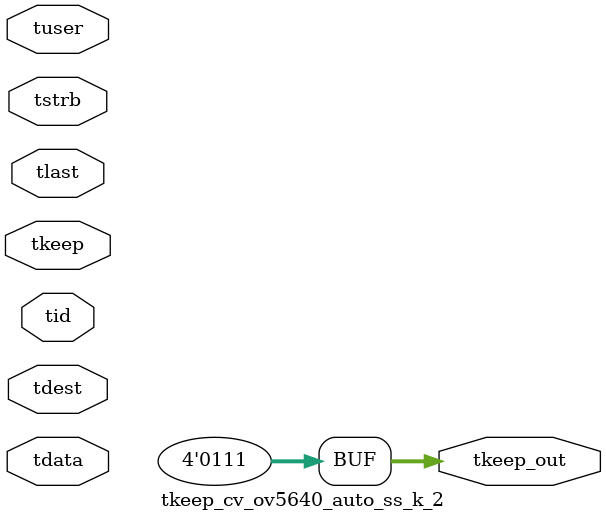
<source format=v>


`timescale 1ps/1ps

module tkeep_cv_ov5640_auto_ss_k_2 #
(
parameter C_S_AXIS_TDATA_WIDTH = 32,
parameter C_S_AXIS_TUSER_WIDTH = 0,
parameter C_S_AXIS_TID_WIDTH   = 0,
parameter C_S_AXIS_TDEST_WIDTH = 0,
parameter C_M_AXIS_TDATA_WIDTH = 32
)
(
input  [(C_S_AXIS_TDATA_WIDTH == 0 ? 1 : C_S_AXIS_TDATA_WIDTH)-1:0     ] tdata,
input  [(C_S_AXIS_TUSER_WIDTH == 0 ? 1 : C_S_AXIS_TUSER_WIDTH)-1:0     ] tuser,
input  [(C_S_AXIS_TID_WIDTH   == 0 ? 1 : C_S_AXIS_TID_WIDTH)-1:0       ] tid,
input  [(C_S_AXIS_TDEST_WIDTH == 0 ? 1 : C_S_AXIS_TDEST_WIDTH)-1:0     ] tdest,
input  [(C_S_AXIS_TDATA_WIDTH/8)-1:0 ] tkeep,
input  [(C_S_AXIS_TDATA_WIDTH/8)-1:0 ] tstrb,
input                                                                    tlast,
output [(C_M_AXIS_TDATA_WIDTH/8)-1:0 ] tkeep_out
);

assign tkeep_out = {3'b111};

endmodule


</source>
